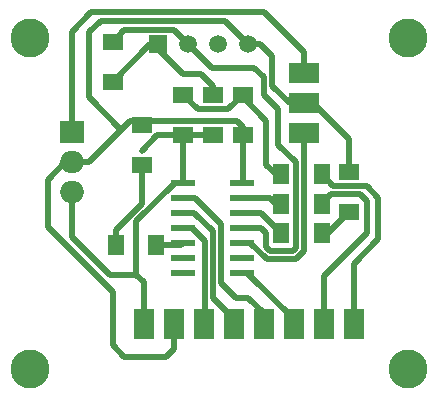
<source format=gbr>
%TF.GenerationSoftware,KiCad,Pcbnew,8.0.3*%
%TF.CreationDate,2024-07-06T18:49:22-04:00*%
%TF.ProjectId,Temperature Box Electronics,54656d70-6572-4617-9475-726520426f78,rev?*%
%TF.SameCoordinates,Original*%
%TF.FileFunction,Copper,L1,Top*%
%TF.FilePolarity,Positive*%
%FSLAX46Y46*%
G04 Gerber Fmt 4.6, Leading zero omitted, Abs format (unit mm)*
G04 Created by KiCad (PCBNEW 8.0.3) date 2024-07-06 18:49:22*
%MOMM*%
%LPD*%
G01*
G04 APERTURE LIST*
%TA.AperFunction,SMDPad,CuDef*%
%ADD10R,1.700000X1.400000*%
%TD*%
%TA.AperFunction,SMDPad,CuDef*%
%ADD11R,1.400000X1.700000*%
%TD*%
%TA.AperFunction,ComponentPad*%
%ADD12C,3.300000*%
%TD*%
%TA.AperFunction,SMDPad,CuDef*%
%ADD13R,1.700000X2.500000*%
%TD*%
%TA.AperFunction,SMDPad,CuDef*%
%ADD14R,2.500000X1.700000*%
%TD*%
%TA.AperFunction,SMDPad,CuDef*%
%ADD15R,2.000000X0.600000*%
%TD*%
%TA.AperFunction,ComponentPad*%
%ADD16R,2.000000X1.905000*%
%TD*%
%TA.AperFunction,ComponentPad*%
%ADD17O,2.000000X1.905000*%
%TD*%
%TA.AperFunction,ComponentPad*%
%ADD18R,1.500000X1.500000*%
%TD*%
%TA.AperFunction,ComponentPad*%
%ADD19C,1.500000*%
%TD*%
%TA.AperFunction,Conductor*%
%ADD20C,0.500000*%
%TD*%
G04 APERTURE END LIST*
D10*
%TO.P,R4,1*%
%TO.N,Net-(R3-Pad2)*%
X183000000Y-95800000D03*
%TO.P,R4,2*%
%TO.N,Net-(D1-K)*%
X183000000Y-99200000D03*
%TD*%
D11*
%TO.P,R1,1*%
%TO.N,Net-(D1-A)*%
X189700000Y-107500000D03*
%TO.P,R1,2*%
%TO.N,Net-(U2-IND1{slash}PA2)*%
X186300000Y-107500000D03*
%TD*%
D10*
%TO.P,D1,1,K*%
%TO.N,Net-(D1-K)*%
X192000000Y-102300000D03*
%TO.P,D1,2,A*%
%TO.N,Net-(D1-A)*%
X192000000Y-105700000D03*
%TD*%
D12*
%TO.P,H3,*%
%TO.N,*%
X197000000Y-119000000D03*
%TD*%
D11*
%TO.P,R6,1*%
%TO.N,Net-(U2-SCK{slash}PA3)*%
X186300000Y-105000000D03*
%TO.P,R6,2*%
%TO.N,Net-(J3-Pin_2)*%
X189700000Y-105000000D03*
%TD*%
D10*
%TO.P,D2,1,K*%
%TO.N,Net-(D1-K)*%
X174500000Y-98300000D03*
%TO.P,D2,2,A*%
%TO.N,Net-(D2-A)*%
X174500000Y-101700000D03*
%TD*%
%TO.P,R8,1*%
%TO.N,Net-(U4-VCC)*%
X172000000Y-94700000D03*
%TO.P,R8,2*%
%TO.N,Net-(U2-DH11{slash}PA1)*%
X172000000Y-91300000D03*
%TD*%
%TO.P,R7,1*%
%TO.N,Net-(U4-VCC)*%
X180500000Y-95800000D03*
%TO.P,R7,2*%
%TO.N,Net-(J3-Pin_8)*%
X180500000Y-99200000D03*
%TD*%
D13*
%TO.P,J3,1,Pin_1*%
%TO.N,Net-(J3-Pin_1)*%
X192400000Y-115200000D03*
%TO.P,J3,2,Pin_2*%
%TO.N,Net-(J3-Pin_2)*%
X189860000Y-115200000D03*
%TO.P,J3,3,Pin_3*%
%TO.N,Net-(J3-Pin_3)*%
X187320000Y-115200000D03*
%TO.P,J3,4,Pin_4*%
%TO.N,Net-(J3-Pin_4)*%
X184780000Y-115200000D03*
%TO.P,J3,5,Pin_5*%
%TO.N,Net-(J3-Pin_5)*%
X182240000Y-115200000D03*
%TO.P,J3,6,Pin_6*%
%TO.N,Net-(J3-Pin_6)*%
X179700000Y-115200000D03*
%TO.P,J3,7,Pin_7*%
%TO.N,Net-(D1-K)*%
X177160000Y-115200000D03*
%TO.P,J3,8,Pin_8*%
%TO.N,Net-(J3-Pin_8)*%
X174620000Y-115200000D03*
%TD*%
D14*
%TO.P,J2,1,Pin_1*%
%TO.N,Net-(J2-Pin_1)*%
X188200000Y-93950000D03*
%TO.P,J2,2,Pin_2*%
%TO.N,Net-(D1-K)*%
X188200000Y-96490000D03*
%TO.P,J2,3,Pin_3*%
%TO.N,Net-(J2-Pin_3)*%
X188200000Y-99030000D03*
%TD*%
D15*
%TO.P,U2,1,VCC*%
%TO.N,Net-(J3-Pin_8)*%
X178000000Y-103230000D03*
%TO.P,U2,2,A0/PA4*%
%TO.N,Net-(J3-Pin_4)*%
X178000000Y-104500000D03*
%TO.P,U2,3,RESET/PA5*%
%TO.N,Net-(J3-Pin_5)*%
X178000000Y-105770000D03*
%TO.P,U2,4,CS/PA6*%
%TO.N,Net-(J3-Pin_6)*%
X178000000Y-107040000D03*
%TO.P,U2,5,IND2/PA7*%
%TO.N,Net-(U2-IND2{slash}PA7)*%
X178000000Y-108310000D03*
%TO.P,U2,6,PB3/RXD*%
%TO.N,unconnected-(U2-PB3{slash}RXD-Pad6)*%
X178000000Y-109580000D03*
%TO.P,U2,7,PB2/TXD*%
%TO.N,unconnected-(U2-PB2{slash}TXD-Pad7)*%
X178000000Y-110850000D03*
%TO.P,U2,8,SDA/PB1*%
%TO.N,Net-(J3-Pin_3)*%
X182950000Y-110850000D03*
%TO.P,U2,9,PB0/SCL*%
%TO.N,unconnected-(U2-PB0{slash}SCL-Pad9)*%
X182950000Y-109580000D03*
%TO.P,U2,10,UPDI/PA0*%
%TO.N,Net-(J2-Pin_3)*%
X182950000Y-108310000D03*
%TO.P,U2,11,DH11/PA1*%
%TO.N,Net-(U2-DH11{slash}PA1)*%
X182950000Y-107040000D03*
%TO.P,U2,12,IND1/PA2*%
%TO.N,Net-(U2-IND1{slash}PA2)*%
X182950000Y-105770000D03*
%TO.P,U2,13,SCK/PA3*%
%TO.N,Net-(U2-SCK{slash}PA3)*%
X182950000Y-104500000D03*
%TO.P,U2,14,GND*%
%TO.N,Net-(D1-K)*%
X182950000Y-103230000D03*
%TD*%
D16*
%TO.P,U1,1,IN*%
%TO.N,Net-(J2-Pin_1)*%
X168555000Y-98960000D03*
D17*
%TO.P,U1,2,GND*%
%TO.N,Net-(D1-K)*%
X168555000Y-101500000D03*
%TO.P,U1,3,OUT*%
%TO.N,Net-(J3-Pin_8)*%
X168555000Y-104040000D03*
%TD*%
D10*
%TO.P,R3,1*%
%TO.N,Net-(J3-Pin_8)*%
X178000000Y-99200000D03*
%TO.P,R3,2*%
%TO.N,Net-(R3-Pad2)*%
X178000000Y-95800000D03*
%TD*%
D12*
%TO.P,H2,*%
%TO.N,*%
X197000000Y-91000000D03*
%TD*%
D18*
%TO.P,U4,1,VCC*%
%TO.N,Net-(U4-VCC)*%
X175880000Y-91500000D03*
D19*
%TO.P,U4,2,IO*%
%TO.N,Net-(U2-DH11{slash}PA1)*%
X178420000Y-91500000D03*
%TO.P,U4,3,NC*%
%TO.N,unconnected-(U4-NC-Pad3)*%
X180960000Y-91500000D03*
%TO.P,U4,4,GND*%
%TO.N,Net-(D1-K)*%
X183500000Y-91500000D03*
%TD*%
D12*
%TO.P,H1,*%
%TO.N,*%
X165000000Y-91000000D03*
%TD*%
D11*
%TO.P,R2,1*%
%TO.N,Net-(D2-A)*%
X172300000Y-108500000D03*
%TO.P,R2,2*%
%TO.N,Net-(U2-IND2{slash}PA7)*%
X175700000Y-108500000D03*
%TD*%
D12*
%TO.P,H4,*%
%TO.N,*%
X165000000Y-119000000D03*
%TD*%
D11*
%TO.P,R5,1*%
%TO.N,Net-(R3-Pad2)*%
X186300000Y-102500000D03*
%TO.P,R5,2*%
%TO.N,Net-(J3-Pin_1)*%
X189700000Y-102500000D03*
%TD*%
D20*
%TO.N,Net-(J2-Pin_1)*%
X184800000Y-88800000D02*
X170200000Y-88800000D01*
X188200000Y-92200000D02*
X184800000Y-88800000D01*
X170200000Y-88800000D02*
X168555000Y-90445000D01*
X168555000Y-90445000D02*
X168555000Y-98960000D01*
X188200000Y-93950000D02*
X188200000Y-92200000D01*
%TO.N,Net-(D1-K)*%
X184500000Y-91500000D02*
X183500000Y-91500000D01*
X177160000Y-117340000D02*
X176500000Y-118000000D01*
X185500000Y-95000000D02*
X185500000Y-92500000D01*
X174500000Y-98300000D02*
X174800000Y-98000000D01*
X183000000Y-99200000D02*
X183000000Y-103180000D01*
X185500000Y-92500000D02*
X184500000Y-91500000D01*
X174200000Y-98000000D02*
X174500000Y-98300000D01*
X188990000Y-96490000D02*
X188200000Y-96490000D01*
X173500000Y-98000000D02*
X174200000Y-98000000D01*
X173000000Y-118000000D02*
X172000000Y-117000000D01*
X172000000Y-112500000D02*
X166500000Y-107000000D01*
X182500000Y-98000000D02*
X183000000Y-98500000D01*
X192000000Y-102300000D02*
X192000000Y-99500000D01*
X168555000Y-101500000D02*
X170000000Y-101500000D01*
X192000000Y-99500000D02*
X188990000Y-96490000D01*
X183000000Y-98500000D02*
X183000000Y-99200000D01*
X166500000Y-103000000D02*
X168000000Y-101500000D01*
X188200000Y-96490000D02*
X186990000Y-96490000D01*
X168000000Y-101500000D02*
X168555000Y-101500000D01*
X174800000Y-98000000D02*
X182500000Y-98000000D01*
X170000000Y-101500000D02*
X173500000Y-98000000D01*
X176500000Y-118000000D02*
X173000000Y-118000000D01*
X183000000Y-103180000D02*
X182950000Y-103230000D01*
X177160000Y-115200000D02*
X177160000Y-117340000D01*
X186990000Y-96490000D02*
X185500000Y-95000000D01*
X172000000Y-117000000D02*
X172000000Y-112500000D01*
X166500000Y-107000000D02*
X166500000Y-103000000D01*
%TO.N,Net-(J3-Pin_8)*%
X180500000Y-99200000D02*
X178000000Y-99200000D01*
X171750000Y-111000000D02*
X168555000Y-107805000D01*
X174620000Y-111620000D02*
X174000000Y-111000000D01*
X178000000Y-99200000D02*
X178000000Y-103230000D01*
X168555000Y-107805000D02*
X168555000Y-104040000D01*
X178000000Y-99200000D02*
X175800000Y-99200000D01*
X177270000Y-103230000D02*
X178000000Y-103230000D01*
X174000000Y-111000000D02*
X174000000Y-106500000D01*
X175800000Y-99200000D02*
X174460000Y-100540000D01*
X174000000Y-106500000D02*
X177270000Y-103230000D01*
X174000000Y-111000000D02*
X171750000Y-111000000D01*
X174620000Y-115200000D02*
X174620000Y-111620000D01*
%TO.N,Net-(U2-DH11{slash}PA1)*%
X173000000Y-90300000D02*
X177220000Y-90300000D01*
X177220000Y-90300000D02*
X178420000Y-91500000D01*
X172000000Y-91300000D02*
X173000000Y-90300000D01*
X184800000Y-94300000D02*
X184800000Y-95800000D01*
X187250000Y-109000000D02*
X185350000Y-109000000D01*
X186000000Y-97000000D02*
X186000000Y-100000000D01*
X187500000Y-101500000D02*
X187500000Y-108750000D01*
X187500000Y-108750000D02*
X187250000Y-109000000D01*
X180420000Y-93500000D02*
X184000000Y-93500000D01*
X184800000Y-95800000D02*
X186000000Y-97000000D01*
X178420000Y-91500000D02*
X180420000Y-93500000D01*
X185000000Y-107500000D02*
X184540000Y-107040000D01*
X185350000Y-109000000D02*
X185000000Y-108650000D01*
X186000000Y-100000000D02*
X187500000Y-101500000D01*
X184540000Y-107040000D02*
X182950000Y-107040000D01*
X185000000Y-108650000D02*
X185000000Y-107500000D01*
X184000000Y-93500000D02*
X184800000Y-94300000D01*
%TO.N,Net-(D1-A)*%
X190200000Y-107500000D02*
X192000000Y-105700000D01*
X189700000Y-107500000D02*
X190200000Y-107500000D01*
%TO.N,Net-(D2-A)*%
X174500000Y-105000000D02*
X172300000Y-107200000D01*
X174500000Y-101700000D02*
X174500000Y-105000000D01*
X172300000Y-107200000D02*
X172300000Y-108500000D01*
%TO.N,Net-(J2-Pin_3)*%
X182950000Y-108310000D02*
X183670050Y-108310000D01*
X187539949Y-109700000D02*
X188200000Y-109039949D01*
X185060050Y-109700000D02*
X187539949Y-109700000D01*
X183670050Y-108310000D02*
X185060050Y-109700000D01*
X188200000Y-99030000D02*
X188000000Y-99230000D01*
X188200000Y-109039949D02*
X188200000Y-99030000D01*
%TO.N,Net-(J3-Pin_6)*%
X179800000Y-108140000D02*
X179800000Y-115100000D01*
X179800000Y-115100000D02*
X179700000Y-115200000D01*
X178000000Y-107040000D02*
X178700000Y-107040000D01*
X178700000Y-107040000D02*
X179800000Y-108140000D01*
%TO.N,Net-(J3-Pin_1)*%
X192400000Y-115200000D02*
X192400000Y-110100000D01*
X192400000Y-110100000D02*
X194500000Y-108000000D01*
X194500000Y-108000000D02*
X194500000Y-104500000D01*
X190700000Y-103500000D02*
X189700000Y-102500000D01*
X193500000Y-103500000D02*
X190700000Y-103500000D01*
X194500000Y-104500000D02*
X193500000Y-103500000D01*
%TO.N,Net-(J3-Pin_5)*%
X180500000Y-107340000D02*
X180500000Y-113000000D01*
X182240000Y-114740000D02*
X182240000Y-115200000D01*
X180500000Y-113000000D02*
X182240000Y-114740000D01*
X178930000Y-105770000D02*
X180500000Y-107340000D01*
X178000000Y-105770000D02*
X178930000Y-105770000D01*
%TO.N,Net-(J3-Pin_4)*%
X181200000Y-106700000D02*
X179000000Y-104500000D01*
X182490000Y-113000000D02*
X181200000Y-111710000D01*
X179000000Y-104500000D02*
X178000000Y-104500000D01*
X184780000Y-115200000D02*
X184780000Y-114280000D01*
X181200000Y-111710000D02*
X181200000Y-106700000D01*
X183500000Y-113000000D02*
X182490000Y-113000000D01*
X184780000Y-114280000D02*
X183500000Y-113000000D01*
%TO.N,Net-(J3-Pin_3)*%
X187320000Y-115200000D02*
X187320000Y-114800000D01*
X183370000Y-110850000D02*
X182950000Y-110850000D01*
X187320000Y-114800000D02*
X183370000Y-110850000D01*
%TO.N,Net-(J3-Pin_2)*%
X192950000Y-104200000D02*
X193500000Y-104750000D01*
X190500000Y-104200000D02*
X192950000Y-104200000D01*
X193500000Y-107500000D02*
X189860000Y-111140000D01*
X193500000Y-104750000D02*
X193500000Y-107500000D01*
X189860000Y-111140000D02*
X189860000Y-115200000D01*
X189700000Y-105000000D02*
X190500000Y-104200000D01*
%TO.N,Net-(U2-IND1{slash}PA2)*%
X184570000Y-105770000D02*
X186300000Y-107500000D01*
X182950000Y-105770000D02*
X184570000Y-105770000D01*
%TO.N,Net-(U2-IND2{slash}PA7)*%
X175700000Y-108500000D02*
X177810000Y-108500000D01*
X177810000Y-108500000D02*
X178000000Y-108310000D01*
%TO.N,Net-(R3-Pad2)*%
X183000000Y-95800000D02*
X181800000Y-97000000D01*
X183000000Y-95800000D02*
X183000000Y-96000000D01*
X179200000Y-97000000D02*
X178000000Y-95800000D01*
X183000000Y-96000000D02*
X185000000Y-98000000D01*
X185000000Y-101700000D02*
X185800000Y-102500000D01*
X185000000Y-98000000D02*
X185000000Y-101700000D01*
X181800000Y-97000000D02*
X179200000Y-97000000D01*
%TO.N,Net-(U2-SCK{slash}PA3)*%
X182950000Y-104500000D02*
X185300000Y-104500000D01*
X185300000Y-104500000D02*
X185800000Y-105000000D01*
%TO.N,Net-(U4-VCC)*%
X175880000Y-91880000D02*
X178000000Y-94000000D01*
X179500000Y-94000000D02*
X180500000Y-95000000D01*
X175880000Y-91500000D02*
X175880000Y-91880000D01*
X178000000Y-94000000D02*
X179500000Y-94000000D01*
X180500000Y-95000000D02*
X180500000Y-95800000D01*
X175880000Y-91500000D02*
X175200000Y-91500000D01*
X175200000Y-91500000D02*
X172000000Y-94700000D01*
%TO.N,Net-(D1-K)*%
X170000000Y-90500000D02*
X170000000Y-96000000D01*
X170000000Y-96000000D02*
X172750000Y-98750000D01*
X181500000Y-89500000D02*
X171000000Y-89500000D01*
X171000000Y-89500000D02*
X170000000Y-90500000D01*
X183500000Y-91500000D02*
X181500000Y-89500000D01*
X172750000Y-98750000D02*
X173500000Y-98000000D01*
%TD*%
M02*

</source>
